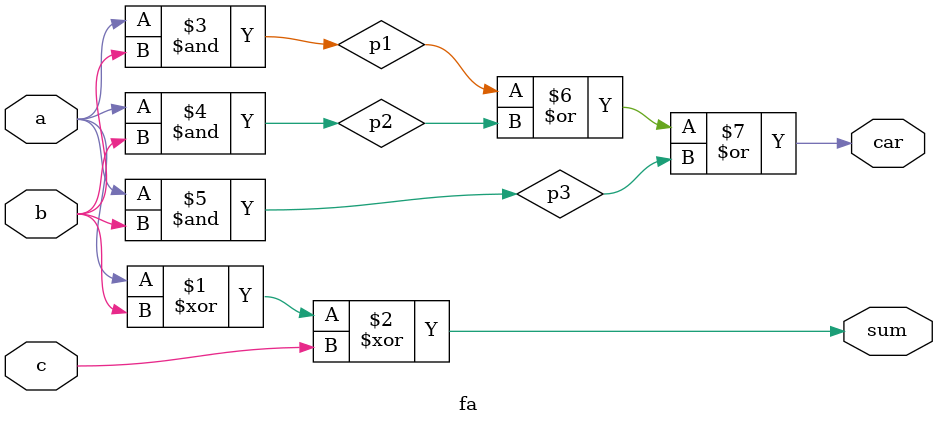
<source format=v>
module fa(sum,car,a,b,c);
  input a,b,c;
  output sum,car;
  wire p1,p2,p3;
  xor (sum,a,b,c);
  and (p1,a,b);
  and (p2,a,b);
  and (p3,a,b);
  or (car,p1,p2,p3);
endmodule

</source>
